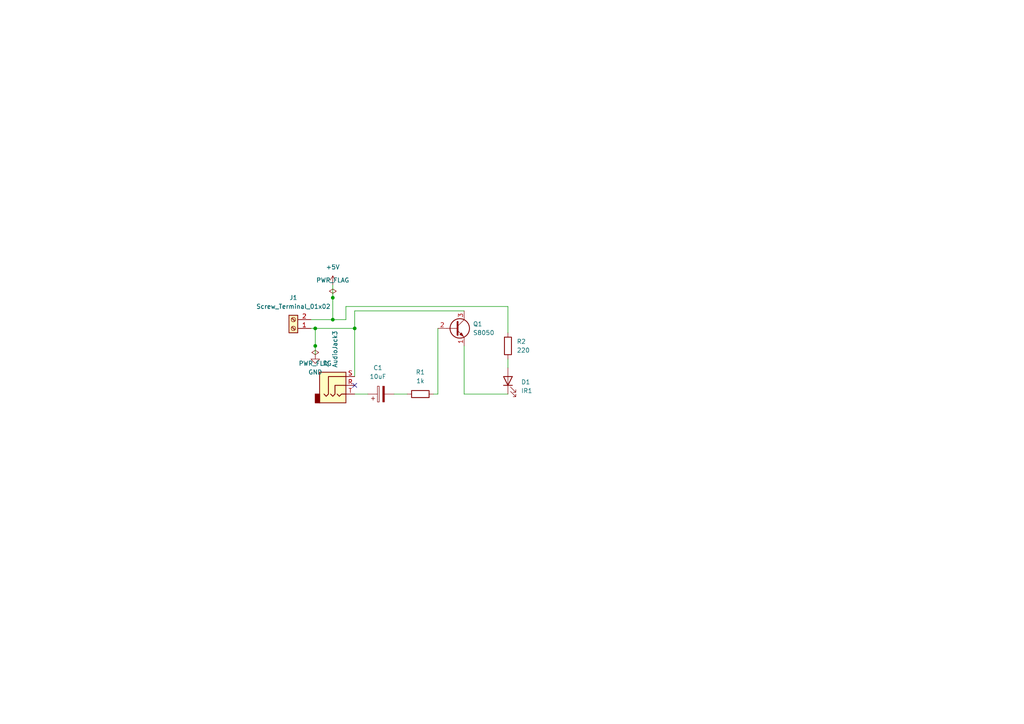
<source format=kicad_sch>
(kicad_sch (version 20250114) (generator "eeschema") (generator_version "9.0")
  (paper "A4")
  (lib_symbols
    (symbol "Connector:Screw_Terminal_01x02" (pin_names (offset 1.016) (hide yes))
      (property "Reference" "J" (at 0 2.54 0))
      (property "Value" "Screw_Terminal_01x02" (at 0 -5.08 0))
      (symbol "Screw_Terminal_01x02_1_1"
        (rectangle (start -1.27 1.27) (end 1.27 -3.81) (stroke (width 0.254)) (fill (type background)))
        (polyline (pts (xy -0.5334 0.3302) (xy 0.3302 -0.508)) (stroke (width 0.1524)))
        (polyline (pts (xy -0.5334 -2.2098) (xy 0.3302 -3.048)) (stroke (width 0.1524)))
        (polyline (pts (xy -0.3556 0.508) (xy 0.508 -0.3302)) (stroke (width 0.1524)))
        (polyline (pts (xy -0.3556 -2.032) (xy 0.508 -2.8702)) (stroke (width 0.1524)))
        (circle (center 0 0) (radius 0.635) (stroke (width 0.1524)))
        (circle (center 0 -2.54) (radius 0.635) (stroke (width 0.1524)))
        (pin passive line (at -5.08 0 0) (length 3.81) (name "Pin_1") (number "1"))
        (pin passive line (at -5.08 -2.54 0) (length 3.81) (name "Pin_2") (number "2"))
      )
    )
    (symbol "Connector_Audio:AudioJack3"
      (property "Reference" "J" (at 0 8.89 0))
      (property "Value" "AudioJack3" (at 0 6.35 0))
      (symbol "AudioJack3_0_1"
        (rectangle (start -5.08 -5.08) (end -6.35 -2.54) (stroke (width 0.254)) (fill (type outline)))
        (polyline (pts (xy -1.905 -2.54) (xy -1.27 -3.175) (xy -0.635 -2.54) (xy -0.635 0) (xy 2.54 0)) (stroke (width 0.254)))
        (polyline (pts (xy 0 -2.54) (xy 0.635 -3.175) (xy 1.27 -2.54) (xy 2.54 -2.54)) (stroke (width 0.254)))
        (rectangle (start 2.54 3.81) (end -5.08 -5.08) (stroke (width 0.254)) (fill (type background)))
        (polyline (pts (xy 2.54 2.54) (xy -2.54 2.54) (xy -2.54 -2.54) (xy -3.175 -3.175) (xy -3.81 -2.54)) (stroke (width 0.254)))
      )
      (symbol "AudioJack3_1_1"
        (pin passive line (at 5.08 2.54 180) (length 2.54) (name "~") (number "S"))
        (pin passive line (at 5.08 0 180) (length 2.54) (name "~") (number "R"))
        (pin passive line (at 5.08 -2.54 180) (length 2.54) (name "~") (number "T"))
      )
    )
    (symbol "Device:C_Polarized" (pin_numbers (hide yes)) (pin_names (offset 0.254))
      (property "Reference" "C" (at 0.635 2.54 0))
      (property "Value" "C_Polarized" (at 0.635 -2.54 0))
      (symbol "C_Polarized_0_1"
        (rectangle (start -2.286 0.508) (end 2.286 1.016))
        (polyline (pts (xy -1.778 2.286) (xy -0.762 2.286)))
        (polyline (pts (xy -1.27 2.794) (xy -1.27 1.778)))
        (rectangle (start 2.286 -0.508) (end -2.286 -1.016) (fill (type outline)))
      )
      (symbol "C_Polarized_1_1"
        (pin passive line (at 0 3.81 270) (length 2.794) (name "~") (number "1"))
        (pin passive line (at 0 -3.81 90) (length 2.794) (name "~") (number "2"))
      )
    )
    (symbol "Device:LED" (pin_numbers (hide yes)) (pin_names (offset 1.016) (hide yes))
      (property "Reference" "D" (at 0 2.54 0))
      (property "Value" "LED" (at 0 -2.54 0))
      (symbol "LED_0_1"
        (polyline (pts (xy -3.048 -0.762) (xy -4.572 -2.286) (xy -3.81 -2.286) (xy -4.572 -2.286) (xy -4.572 -1.524)))
        (polyline (pts (xy -1.778 -0.762) (xy -3.302 -2.286) (xy -2.54 -2.286) (xy -3.302 -2.286) (xy -3.302 -1.524)))
        (polyline (pts (xy -1.27 0) (xy 1.27 0)))
        (polyline (pts (xy -1.27 -1.27) (xy -1.27 1.27)) (stroke (width 0.254)))
        (polyline (pts (xy 1.27 -1.27) (xy 1.27 1.27) (xy -1.27 0) (xy 1.27 -1.27)) (stroke (width 0.254)))
      )
      (symbol "LED_1_1"
        (pin passive line (at -3.81 0 0) (length 2.54) (name "K") (number "1"))
        (pin passive line (at 3.81 0 180) (length 2.54) (name "A") (number "2"))
      )
    )
    (symbol "Device:R" (pin_numbers (hide yes)) (pin_names (offset 0))
      (property "Reference" "R" (at 2.032 0 90))
      (property "Value" "R" (at 0 0 90))
      (symbol "R_0_1"
        (rectangle (start -1.016 -2.54) (end 1.016 2.54) (stroke (width 0.254)))
      )
      (symbol "R_1_1"
        (pin passive line (at 0 3.81 270) (length 1.27) (name "~") (number "1"))
        (pin passive line (at 0 -3.81 90) (length 1.27) (name "~") (number "2"))
      )
    )
    (symbol "Transistor_BJT:S8050" (pin_names (offset 0) (hide yes))
      (property "Reference" "Q" (at 5.08 1.905 0))
      (property "Value" "S8050" (at 5.08 0 0))
      (symbol "S8050_0_1"
        (polyline (pts (xy -2.54 0) (xy 0.635 0)))
        (polyline (pts (xy 0.635 1.905) (xy 0.635 -1.905)) (stroke (width 0.508)))
        (circle (center 1.27 0) (radius 2.8194) (stroke (width 0.254)))
      )
      (symbol "S8050_1_1"
        (polyline (pts (xy 0.635 0.635) (xy 2.54 2.54)))
        (polyline (pts (xy 0.635 -0.635) (xy 2.54 -2.54)))
        (polyline (pts (xy 1.27 -1.778) (xy 1.778 -1.27) (xy 2.286 -2.286) (xy 1.27 -1.778)) (fill (type outline)))
        (pin input line (at -5.08 0 0) (length 2.54) (name "B") (number "2"))
        (pin passive line (at 2.54 5.08 270) (length 2.54) (name "C") (number "3"))
        (pin passive line (at 2.54 -5.08 90) (length 2.54) (name "E") (number "1"))
      )
    )
    (symbol "power:+5V" (power) (pin_numbers (hide yes)) (pin_names (offset 0) (hide yes))
      (property "Value" "+5V" (at 0 3.556 0))
      (symbol "+5V_0_1"
        (polyline (pts (xy -0.762 1.27) (xy 0 2.54)))
        (polyline (pts (xy 0 2.54) (xy 0.762 1.27)))
        (polyline (pts (xy 0 0) (xy 0 2.54)))
      )
      (symbol "+5V_1_1"
        (pin power_in line (at 0 0 90) (length 0) (name "~") (number "1"))
      )
    )
    (symbol "power:GND" (power) (pin_numbers (hide yes)) (pin_names (offset 0) (hide yes))
      (property "Value" "GND" (at 0 -3.81 0))
      (symbol "GND_0_1"
        (polyline (pts (xy 0 0) (xy 0 -1.27) (xy 1.27 -1.27) (xy 0 -2.54) (xy -1.27 -1.27) (xy 0 -1.27)))
      )
      (symbol "GND_1_1"
        (pin power_in line (at 0 0 270) (length 0) (name "~") (number "1"))
      )
    )
    (symbol "power:PWR_FLAG" (power) (pin_numbers (hide yes)) (pin_names (offset 0) (hide yes))
      (property "Value" "PWR_FLAG" (at 0 3.81 0))
      (symbol "PWR_FLAG_0_0"
        (pin power_out line (at 0 0 90) (length 0) (name "~") (number "1"))
      )
      (symbol "PWR_FLAG_0_1"
        (polyline (pts (xy 0 0) (xy 0 1.27) (xy -1.016 1.905) (xy 0 2.54) (xy 1.016 1.905) (xy 0 1.27)))
      )
    )
  )
  (junction (at 102.87 95.25))
  (junction (at 91.44 100.33))
  (junction (at 96.52 86.36))
  (junction (at 91.44 95.25))
  (junction (at 96.52 92.71))
  (no_connect (at 102.87 111.76))
  (wire (pts (xy 127 95.25) (xy 127 114.3)))
  (wire (pts (xy 134.62 90.17) (xy 102.87 90.17)))
  (wire (pts (xy 96.52 86.36) (xy 96.52 92.71)))
  (wire (pts (xy 91.44 95.25) (xy 102.87 95.25)))
  (wire (pts (xy 114.3 114.3) (xy 118.11 114.3)))
  (wire (pts (xy 134.62 114.3) (xy 134.62 100.33)))
  (wire (pts (xy 102.87 95.25) (xy 102.87 109.22)))
  (wire (pts (xy 102.87 90.17) (xy 102.87 95.25)))
  (wire (pts (xy 100.33 92.71) (xy 100.33 88.9)))
  (wire (pts (xy 147.32 114.3) (xy 134.62 114.3)))
  (wire (pts (xy 100.33 88.9) (xy 147.32 88.9)))
  (wire (pts (xy 90.17 95.25) (xy 91.44 95.25)))
  (wire (pts (xy 147.32 88.9) (xy 147.32 96.52)))
  (wire (pts (xy 96.52 82.55) (xy 96.52 86.36)))
  (wire (pts (xy 90.17 92.71) (xy 96.52 92.71)))
  (wire (pts (xy 127 114.3) (xy 125.73 114.3)))
  (wire (pts (xy 96.52 92.71) (xy 100.33 92.71)))
  (wire (pts (xy 102.87 114.3) (xy 106.68 114.3)))
  (wire (pts (xy 147.32 104.14) (xy 147.32 106.68)))
  (wire (pts (xy 91.44 95.25) (xy 91.44 100.33)))
  (wire (pts (xy 91.44 100.33) (xy 91.44 102.87)))
  (symbol (lib_id "power:GND") (at 91.44 102.87 0) (unit 1)
    (property "Reference" "#PWR01" (effects (hide yes)))
    (property "Value" "GND" (at 91.44 107.95 0))
    (property "Description" "Power symbol creates a global label with name \"GND\" , ground" (effects (hide yes)))
  )
  (symbol (lib_id "Transistor_BJT:S8050") (at 132.08 95.25 0) (unit 1)
    (property "Reference" "Q1" (at 137.16 93.9799 0) (effects (justify left)))
    (property "Value" "S8050" (at 137.16 96.5199 0) (effects (justify left)))
    (property "Footprint" "Package_TO_SOT_THT:TO-92_Inline" (effects (hide yes)))
    (property "Datasheet" "http://www.unisonic.com.tw/datasheet/S8050.pdf" (effects (hide yes)))
    (property "Description" "0.7A Ic, 20V Vce, Low Voltage High Current NPN Transistor, TO-92" (effects (hide yes)))
  )
  (symbol (lib_id "Connector_Audio:AudioJack3") (at 97.79 111.76 0) (unit 1)
    (property "Reference" "J2" (at 94.6149 106.68 90) (effects (justify left)))
    (property "Value" "AudioJack3" (at 97.1549 106.68 90) (effects (justify left)))
    (property "Footprint" "Connector_Audio:Jack_3.5mm_CUI_SJ1-3533NG_Horizontal_CircularHoles" (effects (hide yes)))
    (property "Description" "Audio Jack, 3 Poles (Stereo / TRS)" (effects (hide yes)))
  )
  (symbol (lib_id "power:PWR_FLAG") (at 91.44 100.33 180) (unit 1)
    (property "Reference" "#FLG02" (effects (hide yes)))
    (property "Value" "PWR_FLAG" (at 91.44 105.41 0))
    (property "Description" "Special symbol for telling ERC where power comes from" (effects (hide yes)))
  )
  (symbol (lib_id "Device:LED") (at 147.32 110.49 90) (unit 1)
    (property "Reference" "D1" (at 151.13 110.8074 90) (effects (justify right)))
    (property "Value" "IR1" (at 151.13 113.3474 90) (effects (justify right)))
    (property "Footprint" "LED_THT:LED_D5.0mm_IRGrey" (effects (hide yes)))
    (property "Description" "Light emitting diode" (effects (hide yes)))
    (property "Sim.Pins" "1=K 2=A" (effects (hide yes)))
  )
  (symbol (lib_id "Device:R") (at 121.92 114.3 90) (unit 1)
    (property "Reference" "R1" (at 121.92 107.95 90))
    (property "Value" "1k" (at 121.92 110.49 90))
    (property "Footprint" "Resistor_THT:R_Axial_DIN0207_L6.3mm_D2.5mm_P7.62mm_Horizontal" (effects (hide yes)))
    (property "Description" "Resistor" (effects (hide yes)))
  )
  (symbol (lib_id "power:PWR_FLAG") (at 96.52 86.36 0) (unit 1)
    (property "Reference" "#FLG01" (effects (hide yes)))
    (property "Value" "PWR_FLAG" (at 96.52 81.28 0))
    (property "Description" "Special symbol for telling ERC where power comes from" (effects (hide yes)))
  )
  (symbol (lib_id "Device:C_Polarized") (at 110.49 114.3 90) (unit 1)
    (property "Reference" "C1" (at 109.601 106.68 90))
    (property "Value" "10uF" (at 109.601 109.22 90))
    (property "Footprint" "Capacitor_THT:CP_Radial_D5.0mm_P2.00mm" (effects (hide yes)))
    (property "Description" "Polarized capacitor" (effects (hide yes)))
  )
  (symbol (lib_id "Connector:Screw_Terminal_01x02") (at 85.09 95.25 180) (unit 1)
    (property "Reference" "J1" (at 85.09 86.36 0))
    (property "Value" "Screw_Terminal_01x02" (at 85.09 88.9 0))
    (property "Footprint" "TerminalBlock:TerminalBlock_Altech_AK300-2_P5.00mm" (effects (hide yes)))
    (property "Description" "Generic screw terminal, single row, 01x02, script generated (kicad-library-utils/schlib/autogen/connector/)" (effects (hide yes)))
  )
  (symbol (lib_id "power:+5V") (at 96.52 82.55 0) (unit 1)
    (property "Reference" "#PWR02" (effects (hide yes)))
    (property "Value" "+5V" (at 96.52 77.47 0))
    (property "Description" "Power symbol creates a global label with name \"+5V\"" (effects (hide yes)))
  )
  (symbol (lib_id "Device:R") (at 147.32 100.33 0) (unit 1)
    (property "Reference" "R2" (at 149.86 99.0599 0) (effects (justify left)))
    (property "Value" "220" (at 149.86 101.5999 0) (effects (justify left)))
    (property "Footprint" "Resistor_THT:R_Axial_DIN0207_L6.3mm_D2.5mm_P7.62mm_Horizontal" (effects (hide yes)))
    (property "Description" "Resistor" (effects (hide yes)))
  )
)
</source>
